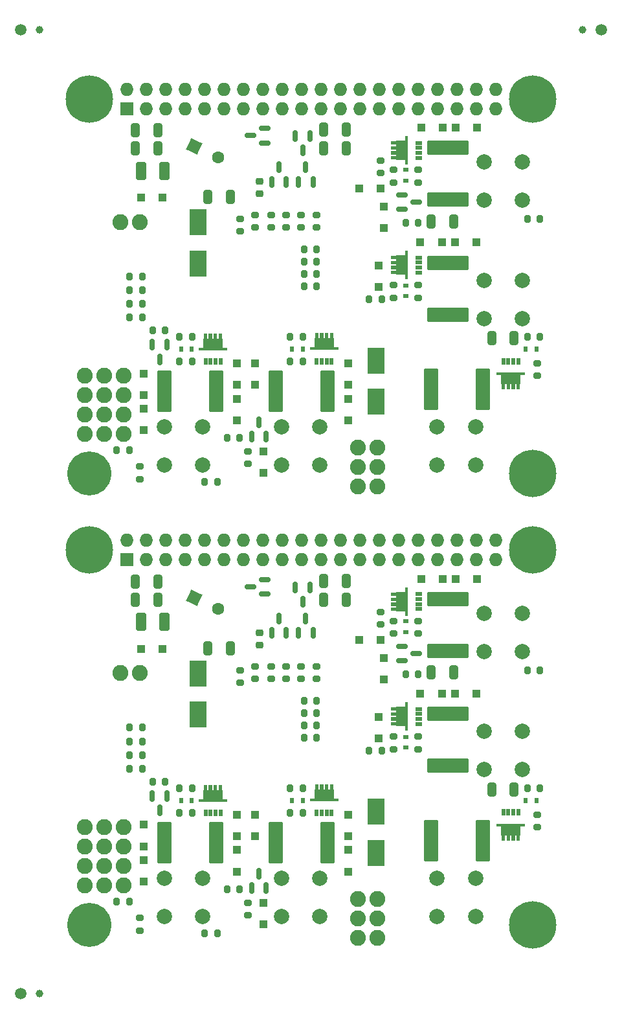
<source format=gbs>
%TF.GenerationSoftware,KiCad,Pcbnew,6.0.11+dfsg-1*%
%TF.CreationDate,2024-03-16T14:36:40+00:00*%
%TF.ProjectId,panel,70616e65-6c2e-46b6-9963-61645f706362,rev?*%
%TF.SameCoordinates,Original*%
%TF.FileFunction,Soldermask,Bot*%
%TF.FilePolarity,Negative*%
%FSLAX46Y46*%
G04 Gerber Fmt 4.6, Leading zero omitted, Abs format (unit mm)*
G04 Created by KiCad (PCBNEW 6.0.11+dfsg-1) date 2024-03-16 14:36:40*
%MOMM*%
%LPD*%
G01*
G04 APERTURE LIST*
G04 Aperture macros list*
%AMRoundRect*
0 Rectangle with rounded corners*
0 $1 Rounding radius*
0 $2 $3 $4 $5 $6 $7 $8 $9 X,Y pos of 4 corners*
0 Add a 4 corners polygon primitive as box body*
4,1,4,$2,$3,$4,$5,$6,$7,$8,$9,$2,$3,0*
0 Add four circle primitives for the rounded corners*
1,1,$1+$1,$2,$3*
1,1,$1+$1,$4,$5*
1,1,$1+$1,$6,$7*
1,1,$1+$1,$8,$9*
0 Add four rect primitives between the rounded corners*
20,1,$1+$1,$2,$3,$4,$5,0*
20,1,$1+$1,$4,$5,$6,$7,0*
20,1,$1+$1,$6,$7,$8,$9,0*
20,1,$1+$1,$8,$9,$2,$3,0*%
%AMRotRect*
0 Rectangle, with rotation*
0 The origin of the aperture is its center*
0 $1 length*
0 $2 width*
0 $3 Rotation angle, in degrees counterclockwise*
0 Add horizontal line*
21,1,$1,$2,0,0,$3*%
%AMFreePoly0*
4,1,5,0.225000,-0.400000,-0.225000,-0.400000,-0.225000,0.400000,0.225000,0.400000,0.225000,-0.400000,0.225000,-0.400000,$1*%
%AMFreePoly1*
4,1,29,0.150000,1.240000,0.200000,1.240000,0.200000,-1.260000,0.150000,-1.260000,0.150000,-1.860000,-0.150000,-1.860000,-0.150000,-1.260000,-1.350000,-1.260000,-1.350000,-1.210000,-2.050000,-1.210000,-2.050000,-0.760000,-1.350000,-0.760000,-1.350000,-0.560000,-2.050000,-0.560000,-2.050000,-0.110000,-1.350000,-0.110000,-1.350000,0.090000,-2.050000,0.090000,-2.050000,0.540000,-1.350000,0.540000,
-1.350000,0.740000,-2.050000,0.740000,-2.050000,1.190000,-1.350000,1.190000,-1.350000,1.240000,-0.150000,1.240000,-0.150000,1.840000,0.150000,1.840000,0.150000,1.240000,0.150000,1.240000,$1*%
G04 Aperture macros list end*
%ADD10C,1.500000*%
%ADD11C,6.200000*%
%ADD12C,2.000000*%
%ADD13C,2.082800*%
%ADD14C,5.750000*%
%ADD15R,1.727200X1.727200*%
%ADD16O,1.727200X1.727200*%
%ADD17RoundRect,0.200000X0.275000X-0.200000X0.275000X0.200000X-0.275000X0.200000X-0.275000X-0.200000X0*%
%ADD18RoundRect,0.200000X0.200000X0.275000X-0.200000X0.275000X-0.200000X-0.275000X0.200000X-0.275000X0*%
%ADD19RoundRect,0.250000X-0.325000X-0.650000X0.325000X-0.650000X0.325000X0.650000X-0.325000X0.650000X0*%
%ADD20RotRect,1.600000X1.600000X335.000000*%
%ADD21C,1.600000*%
%ADD22RoundRect,0.150000X0.150000X-0.587500X0.150000X0.587500X-0.150000X0.587500X-0.150000X-0.587500X0*%
%ADD23RoundRect,0.250000X0.325000X0.650000X-0.325000X0.650000X-0.325000X-0.650000X0.325000X-0.650000X0*%
%ADD24RoundRect,0.150000X-0.150000X0.587500X-0.150000X-0.587500X0.150000X-0.587500X0.150000X0.587500X0*%
%ADD25FreePoly0,0.000000*%
%ADD26FreePoly1,270.000000*%
%ADD27R,1.100000X1.100000*%
%ADD28FreePoly0,180.000000*%
%ADD29FreePoly1,90.000000*%
%ADD30RoundRect,0.200000X-0.200000X-0.275000X0.200000X-0.275000X0.200000X0.275000X-0.200000X0.275000X0*%
%ADD31R,0.600000X0.700000*%
%ADD32RoundRect,0.250000X-2.475000X0.712500X-2.475000X-0.712500X2.475000X-0.712500X2.475000X0.712500X0*%
%ADD33FreePoly0,90.000000*%
%ADD34FreePoly1,0.000000*%
%ADD35RoundRect,0.150000X0.587500X0.150000X-0.587500X0.150000X-0.587500X-0.150000X0.587500X-0.150000X0*%
%ADD36RoundRect,0.200000X-0.275000X0.200000X-0.275000X-0.200000X0.275000X-0.200000X0.275000X0.200000X0*%
%ADD37R,0.700000X0.600000*%
%ADD38RoundRect,0.250000X-0.712500X-2.475000X0.712500X-2.475000X0.712500X2.475000X-0.712500X2.475000X0*%
%ADD39R,2.300000X3.500000*%
%ADD40RoundRect,0.250000X0.712500X2.475000X-0.712500X2.475000X-0.712500X-2.475000X0.712500X-2.475000X0*%
%ADD41RoundRect,0.250000X-0.412500X-0.925000X0.412500X-0.925000X0.412500X0.925000X-0.412500X0.925000X0*%
%ADD42C,1.000000*%
%ADD43RoundRect,0.225000X-0.250000X0.225000X-0.250000X-0.225000X0.250000X-0.225000X0.250000X0.225000X0*%
%ADD44RoundRect,0.150000X-0.587500X-0.150000X0.587500X-0.150000X0.587500X0.150000X-0.587500X0.150000X0*%
G04 APERTURE END LIST*
D10*
%TO.C,REF\u002A\u002A*%
X110500000Y-148500000D03*
%TD*%
D11*
%TO.C,PI2*%
X177500000Y-139500000D03*
%TD*%
D10*
%TO.C,REF\u002A\u002A*%
X110500000Y-22500000D03*
%TD*%
D12*
%TO.C,J5*%
X144625000Y-79405000D03*
X144625000Y-74405000D03*
X149625000Y-74405000D03*
X149625000Y-79405000D03*
%TD*%
D13*
%TO.C,J10*%
X157170000Y-141206800D03*
X154630000Y-141206800D03*
X157170000Y-138666800D03*
X154630000Y-138666800D03*
X157170000Y-136126800D03*
X154630000Y-136126800D03*
%TD*%
D10*
%TO.C,REF\u002A\u002A*%
X186500000Y-22500000D03*
%TD*%
D13*
%TO.C,J6*%
X124020000Y-134290000D03*
X121480000Y-134290000D03*
X124020000Y-131750000D03*
X121480000Y-131750000D03*
X124020000Y-129210000D03*
X121480000Y-129210000D03*
X124020000Y-126670000D03*
X121480000Y-126670000D03*
%TD*%
%TO.C,J6*%
X124020000Y-75290000D03*
X121480000Y-75290000D03*
X124020000Y-72750000D03*
X121480000Y-72750000D03*
X124020000Y-70210000D03*
X121480000Y-70210000D03*
X124020000Y-67670000D03*
X121480000Y-67670000D03*
%TD*%
D11*
%TO.C,PI1*%
X177500000Y-90500000D03*
%TD*%
D12*
%TO.C,J3*%
X165000000Y-138405000D03*
X165000000Y-133405000D03*
X170000000Y-138405000D03*
X170000000Y-133405000D03*
%TD*%
D14*
%TO.C,PI4*%
X119500000Y-139500000D03*
%TD*%
D13*
%TO.C,J1*%
X118920000Y-126670000D03*
X118920000Y-129210000D03*
X118920000Y-131750000D03*
X118920000Y-134290000D03*
%TD*%
D11*
%TO.C,PI3*%
X119500000Y-90500000D03*
%TD*%
D12*
%TO.C,J8*%
X176105000Y-44750000D03*
X171105000Y-44750000D03*
X171105000Y-39750000D03*
X176105000Y-39750000D03*
%TD*%
D14*
%TO.C,PI4*%
X119500000Y-80500000D03*
%TD*%
D12*
%TO.C,J7*%
X171105000Y-60200000D03*
X176105000Y-60200000D03*
X171105000Y-55200000D03*
X176105000Y-55200000D03*
%TD*%
%TO.C,J8*%
X171105000Y-103750000D03*
X176105000Y-103750000D03*
X176105000Y-98750000D03*
X171105000Y-98750000D03*
%TD*%
D13*
%TO.C,J9*%
X126140000Y-106590000D03*
X123600000Y-106590000D03*
%TD*%
%TO.C,J1*%
X118920000Y-67670000D03*
X118920000Y-70210000D03*
X118920000Y-72750000D03*
X118920000Y-75290000D03*
%TD*%
D15*
%TO.C,J2*%
X124370000Y-91770000D03*
D16*
X124370000Y-89230000D03*
X126910000Y-91770000D03*
X126910000Y-89230000D03*
X129450000Y-91770000D03*
X129450000Y-89230000D03*
X131990000Y-91770000D03*
X131990000Y-89230000D03*
X134530000Y-91770000D03*
X134530000Y-89230000D03*
X137070000Y-91770000D03*
X137070000Y-89230000D03*
X139610000Y-91770000D03*
X139610000Y-89230000D03*
X142150000Y-91770000D03*
X142150000Y-89230000D03*
X144690000Y-91770000D03*
X144690000Y-89230000D03*
X147230000Y-91770000D03*
X147230000Y-89230000D03*
X149770000Y-91770000D03*
X149770000Y-89230000D03*
X152310000Y-91770000D03*
X152310000Y-89230000D03*
X154850000Y-91770000D03*
X154850000Y-89230000D03*
X157390000Y-91770000D03*
X157390000Y-89230000D03*
X159930000Y-91770000D03*
X159930000Y-89230000D03*
X162470000Y-91770000D03*
X162470000Y-89230000D03*
X165010000Y-91770000D03*
X165010000Y-89230000D03*
X167550000Y-91770000D03*
X167550000Y-89230000D03*
X170090000Y-91770000D03*
X170090000Y-89230000D03*
X172630000Y-91770000D03*
X172630000Y-89230000D03*
%TD*%
D12*
%TO.C,J4*%
X129300000Y-138405000D03*
X129300000Y-133405000D03*
X134300000Y-133405000D03*
X134300000Y-138405000D03*
%TD*%
D13*
%TO.C,J9*%
X126140000Y-47590000D03*
X123600000Y-47590000D03*
%TD*%
D12*
%TO.C,J7*%
X171105000Y-119200000D03*
X176105000Y-119200000D03*
X171105000Y-114200000D03*
X176105000Y-114200000D03*
%TD*%
%TO.C,J3*%
X165000000Y-79405000D03*
X165000000Y-74405000D03*
X170000000Y-74405000D03*
X170000000Y-79405000D03*
%TD*%
D13*
%TO.C,J10*%
X157170000Y-82206800D03*
X154630000Y-82206800D03*
X157170000Y-79666800D03*
X154630000Y-79666800D03*
X157170000Y-77126800D03*
X154630000Y-77126800D03*
%TD*%
D15*
%TO.C,J2*%
X124370000Y-32770000D03*
D16*
X124370000Y-30230000D03*
X126910000Y-32770000D03*
X126910000Y-30230000D03*
X129450000Y-32770000D03*
X129450000Y-30230000D03*
X131990000Y-32770000D03*
X131990000Y-30230000D03*
X134530000Y-32770000D03*
X134530000Y-30230000D03*
X137070000Y-32770000D03*
X137070000Y-30230000D03*
X139610000Y-32770000D03*
X139610000Y-30230000D03*
X142150000Y-32770000D03*
X142150000Y-30230000D03*
X144690000Y-32770000D03*
X144690000Y-30230000D03*
X147230000Y-32770000D03*
X147230000Y-30230000D03*
X149770000Y-32770000D03*
X149770000Y-30230000D03*
X152310000Y-32770000D03*
X152310000Y-30230000D03*
X154850000Y-32770000D03*
X154850000Y-30230000D03*
X157390000Y-32770000D03*
X157390000Y-30230000D03*
X159930000Y-32770000D03*
X159930000Y-30230000D03*
X162470000Y-32770000D03*
X162470000Y-30230000D03*
X165010000Y-32770000D03*
X165010000Y-30230000D03*
X167550000Y-32770000D03*
X167550000Y-30230000D03*
X170090000Y-32770000D03*
X170090000Y-30230000D03*
X172630000Y-32770000D03*
X172630000Y-30230000D03*
%TD*%
D12*
%TO.C,J4*%
X129300000Y-79405000D03*
X129300000Y-74405000D03*
X134300000Y-74405000D03*
X134300000Y-79405000D03*
%TD*%
D11*
%TO.C,PI1*%
X177500000Y-31500000D03*
%TD*%
D12*
%TO.C,J5*%
X144625000Y-133405000D03*
X144625000Y-138405000D03*
X149625000Y-133405000D03*
X149625000Y-138405000D03*
%TD*%
D11*
%TO.C,PI3*%
X119500000Y-31500000D03*
%TD*%
%TO.C,PI2*%
X177500000Y-80500000D03*
%TD*%
D17*
%TO.C,R4*%
X126100000Y-81225000D03*
X126100000Y-79575000D03*
%TD*%
D18*
%TO.C,R30*%
X126425000Y-58300000D03*
X124775000Y-58300000D03*
%TD*%
D19*
%TO.C,C10*%
X125525000Y-35600000D03*
X128475000Y-35600000D03*
%TD*%
D20*
%TO.C,C8*%
X133200000Y-37700000D03*
D21*
X136372077Y-39179164D03*
%TD*%
D18*
%TO.C,R38*%
X126425000Y-113700000D03*
X124775000Y-113700000D03*
%TD*%
D17*
%TO.C,R20*%
X157600000Y-41225000D03*
X157600000Y-39575000D03*
%TD*%
D22*
%TO.C,D32*%
X148750000Y-42337500D03*
X146850000Y-42337500D03*
X147800000Y-40462500D03*
%TD*%
D17*
%TO.C,R18*%
X162500000Y-101425000D03*
X162500000Y-99775000D03*
%TD*%
D23*
%TO.C,C2*%
X153075000Y-38000000D03*
X150125000Y-38000000D03*
%TD*%
D24*
%TO.C,Q4*%
X127750000Y-122662500D03*
X129650000Y-122662500D03*
X128700000Y-124537500D03*
%TD*%
D25*
%TO.C,Q6*%
X149250000Y-124800000D03*
D26*
X150235000Y-123150000D03*
D25*
X149900000Y-124800000D03*
X151200000Y-124800000D03*
X150550000Y-124800000D03*
%TD*%
D27*
%TO.C,D23*%
X153350000Y-129700000D03*
X153350000Y-132500000D03*
%TD*%
D28*
%TO.C,Q1*%
X175600000Y-124792500D03*
D29*
X174615000Y-126442500D03*
D28*
X174300000Y-124792500D03*
X174950000Y-124792500D03*
X173650000Y-124792500D03*
%TD*%
D27*
%TO.C,D13*%
X157300000Y-53300000D03*
X157300000Y-56100000D03*
%TD*%
D22*
%TO.C,D33*%
X145250000Y-42337500D03*
X143350000Y-42337500D03*
X144300000Y-40462500D03*
%TD*%
D30*
%TO.C,R21*%
X137525000Y-75850000D03*
X139175000Y-75850000D03*
%TD*%
D31*
%TO.C,D6*%
X176600000Y-123250000D03*
X178000000Y-123250000D03*
%TD*%
D27*
%TO.C,D25*%
X141200000Y-125100000D03*
X141200000Y-127900000D03*
%TD*%
D24*
%TO.C,D34*%
X146450000Y-36362500D03*
X148350000Y-36362500D03*
X147400000Y-38237500D03*
%TD*%
D30*
%TO.C,R6*%
X131275000Y-65800000D03*
X132925000Y-65800000D03*
%TD*%
D19*
%TO.C,C14*%
X125525000Y-97000000D03*
X128475000Y-97000000D03*
%TD*%
D20*
%TO.C,C8*%
X133200000Y-96700000D03*
D21*
X136372077Y-98179164D03*
%TD*%
D27*
%TO.C,D25*%
X141200000Y-66100000D03*
X141200000Y-68900000D03*
%TD*%
D32*
%TO.C,F5*%
X166400000Y-37912500D03*
X166400000Y-44687500D03*
%TD*%
%TO.C,F5*%
X166400000Y-96912500D03*
X166400000Y-103687500D03*
%TD*%
D17*
%TO.C,R15*%
X140200000Y-138225000D03*
X140200000Y-136575000D03*
%TD*%
D27*
%TO.C,D21*%
X153350000Y-66100000D03*
X153350000Y-68900000D03*
%TD*%
D22*
%TO.C,Q8*%
X142650000Y-134637500D03*
X140750000Y-134637500D03*
X141700000Y-132762500D03*
%TD*%
D30*
%TO.C,R24*%
X147575000Y-115000000D03*
X149225000Y-115000000D03*
%TD*%
D33*
%TO.C,Q3*%
X162600000Y-54200000D03*
D34*
X160950000Y-53215000D03*
D33*
X162600000Y-53550000D03*
X162600000Y-52250000D03*
X162600000Y-52900000D03*
%TD*%
D30*
%TO.C,R6*%
X131275000Y-124800000D03*
X132925000Y-124800000D03*
%TD*%
D35*
%TO.C,D35*%
X142437500Y-94350000D03*
X142437500Y-96250000D03*
X140562500Y-95300000D03*
%TD*%
D18*
%TO.C,R11*%
X129425000Y-61800000D03*
X127775000Y-61800000D03*
%TD*%
%TO.C,R5*%
X178425000Y-121600000D03*
X176775000Y-121600000D03*
%TD*%
D17*
%TO.C,R15*%
X140200000Y-79225000D03*
X140200000Y-77575000D03*
%TD*%
D23*
%TO.C,C2*%
X153075000Y-97000000D03*
X150125000Y-97000000D03*
%TD*%
D22*
%TO.C,D33*%
X145250000Y-101337500D03*
X143350000Y-101337500D03*
X144300000Y-99462500D03*
%TD*%
D30*
%TO.C,R17*%
X145775000Y-124800000D03*
X147425000Y-124800000D03*
%TD*%
D36*
%TO.C,R3*%
X159300000Y-114875000D03*
X159300000Y-116525000D03*
%TD*%
D37*
%TO.C,D3*%
X160900000Y-116300000D03*
X160900000Y-114900000D03*
%TD*%
D30*
%TO.C,R17*%
X145775000Y-65800000D03*
X147425000Y-65800000D03*
%TD*%
D17*
%TO.C,R8*%
X178100000Y-67725000D03*
X178100000Y-66075000D03*
%TD*%
D36*
%TO.C,R36*%
X141200000Y-105687500D03*
X141200000Y-107337500D03*
%TD*%
%TO.C,R36*%
X141200000Y-46687500D03*
X141200000Y-48337500D03*
%TD*%
D18*
%TO.C,R29*%
X126425000Y-115500000D03*
X124775000Y-115500000D03*
%TD*%
%TO.C,R19*%
X136225000Y-81600000D03*
X134575000Y-81600000D03*
%TD*%
D27*
%TO.C,D24*%
X167400000Y-35300000D03*
X170200000Y-35300000D03*
%TD*%
%TO.C,D10*%
X138800000Y-129700000D03*
X138800000Y-132500000D03*
%TD*%
%TO.C,D13*%
X157300000Y-112300000D03*
X157300000Y-115100000D03*
%TD*%
D30*
%TO.C,R27*%
X147575000Y-51200000D03*
X149225000Y-51200000D03*
%TD*%
D27*
%TO.C,D26*%
X154800000Y-102200000D03*
X157600000Y-102200000D03*
%TD*%
%TO.C,D9*%
X162800000Y-109250000D03*
X165600000Y-109250000D03*
%TD*%
D38*
%TO.C,F1*%
X164212500Y-128500000D03*
X170987500Y-128500000D03*
%TD*%
D24*
%TO.C,D34*%
X146450000Y-95362500D03*
X148350000Y-95362500D03*
X147400000Y-97237500D03*
%TD*%
D23*
%TO.C,C5*%
X137975000Y-103300000D03*
X135025000Y-103300000D03*
%TD*%
D39*
%TO.C,D7*%
X157000000Y-124700000D03*
X157000000Y-130100000D03*
%TD*%
D27*
%TO.C,D27*%
X142275000Y-136600000D03*
X142275000Y-139400000D03*
%TD*%
D18*
%TO.C,R10*%
X157725000Y-57700000D03*
X156075000Y-57700000D03*
%TD*%
%TO.C,R29*%
X126425000Y-56500000D03*
X124775000Y-56500000D03*
%TD*%
D28*
%TO.C,Q1*%
X175600000Y-65792500D03*
D29*
X174615000Y-67442500D03*
D28*
X174300000Y-65792500D03*
X173650000Y-65792500D03*
X174950000Y-65792500D03*
%TD*%
D18*
%TO.C,R19*%
X136225000Y-140600000D03*
X134575000Y-140600000D03*
%TD*%
D30*
%TO.C,R25*%
X147575000Y-113400000D03*
X149225000Y-113400000D03*
%TD*%
D33*
%TO.C,Q7*%
X162600000Y-39200000D03*
D34*
X160950000Y-38215000D03*
D33*
X162600000Y-38550000D03*
X162600000Y-37900000D03*
X162600000Y-37250000D03*
%TD*%
D17*
%TO.C,R8*%
X178100000Y-126725000D03*
X178100000Y-125075000D03*
%TD*%
D27*
%TO.C,D14*%
X126600000Y-72000000D03*
X126600000Y-74800000D03*
%TD*%
%TO.C,D24*%
X167400000Y-94300000D03*
X170200000Y-94300000D03*
%TD*%
D23*
%TO.C,C5*%
X137975000Y-44300000D03*
X135025000Y-44300000D03*
%TD*%
D27*
%TO.C,D12*%
X126600000Y-126400000D03*
X126600000Y-129200000D03*
%TD*%
D19*
%TO.C,C1*%
X172125000Y-62800000D03*
X175075000Y-62800000D03*
%TD*%
D25*
%TO.C,Q2*%
X134700000Y-65850000D03*
D26*
X135685000Y-64200000D03*
D25*
X136000000Y-65850000D03*
X135350000Y-65850000D03*
X136650000Y-65850000D03*
%TD*%
D40*
%TO.C,F2*%
X136087500Y-128700000D03*
X129312500Y-128700000D03*
%TD*%
D36*
%TO.C,R14*%
X159300000Y-99775000D03*
X159300000Y-101425000D03*
%TD*%
D27*
%TO.C,D28*%
X158000000Y-104600000D03*
X158000000Y-107400000D03*
%TD*%
D18*
%TO.C,R5*%
X178425000Y-62600000D03*
X176775000Y-62600000D03*
%TD*%
D27*
%TO.C,D23*%
X153350000Y-70700000D03*
X153350000Y-73500000D03*
%TD*%
D17*
%TO.C,R7*%
X162500000Y-116525000D03*
X162500000Y-114875000D03*
%TD*%
D19*
%TO.C,C14*%
X125525000Y-38000000D03*
X128475000Y-38000000D03*
%TD*%
D25*
%TO.C,Q6*%
X149250000Y-65800000D03*
D26*
X150235000Y-64150000D03*
D25*
X150550000Y-65800000D03*
X149900000Y-65800000D03*
X151200000Y-65800000D03*
%TD*%
%TO.C,Q2*%
X134700000Y-124850000D03*
D26*
X135685000Y-123200000D03*
D25*
X135350000Y-124850000D03*
X136000000Y-124850000D03*
X136650000Y-124850000D03*
%TD*%
D41*
%TO.C,C13*%
X126262500Y-40900000D03*
X129337500Y-40900000D03*
%TD*%
D42*
%TO.C,REF\u002A\u002A*%
X184000000Y-22500000D03*
%TD*%
D36*
%TO.C,R32*%
X149200000Y-105675000D03*
X149200000Y-107325000D03*
%TD*%
D18*
%TO.C,R31*%
X126425000Y-60100000D03*
X124775000Y-60100000D03*
%TD*%
%TO.C,R11*%
X129425000Y-120800000D03*
X127775000Y-120800000D03*
%TD*%
D27*
%TO.C,D28*%
X158000000Y-45600000D03*
X158000000Y-48400000D03*
%TD*%
D31*
%TO.C,D2*%
X131500000Y-123200000D03*
X132900000Y-123200000D03*
%TD*%
D36*
%TO.C,R35*%
X143300000Y-105675000D03*
X143300000Y-107325000D03*
%TD*%
%TO.C,R3*%
X159300000Y-55875000D03*
X159300000Y-57525000D03*
%TD*%
D18*
%TO.C,R2*%
X132925000Y-121600000D03*
X131275000Y-121600000D03*
%TD*%
D30*
%TO.C,R21*%
X137525000Y-134850000D03*
X139175000Y-134850000D03*
%TD*%
D36*
%TO.C,R14*%
X159300000Y-40775000D03*
X159300000Y-42425000D03*
%TD*%
%TO.C,R33*%
X147200000Y-46687500D03*
X147200000Y-48337500D03*
%TD*%
%TO.C,R34*%
X145200000Y-46687500D03*
X145200000Y-48337500D03*
%TD*%
D18*
%TO.C,R9*%
X124725000Y-136400000D03*
X123075000Y-136400000D03*
%TD*%
D19*
%TO.C,C12*%
X164225000Y-47500000D03*
X167175000Y-47500000D03*
%TD*%
%TO.C,C12*%
X164225000Y-106500000D03*
X167175000Y-106500000D03*
%TD*%
D18*
%TO.C,R31*%
X126425000Y-119100000D03*
X124775000Y-119100000D03*
%TD*%
D30*
%TO.C,R27*%
X147575000Y-110200000D03*
X149225000Y-110200000D03*
%TD*%
D24*
%TO.C,Q4*%
X127750000Y-63662500D03*
X129650000Y-63662500D03*
X128700000Y-65537500D03*
%TD*%
D41*
%TO.C,C13*%
X126262500Y-99900000D03*
X129337500Y-99900000D03*
%TD*%
D31*
%TO.C,D17*%
X146000000Y-123200000D03*
X147400000Y-123200000D03*
%TD*%
D27*
%TO.C,D11*%
X167350000Y-109250000D03*
X170150000Y-109250000D03*
%TD*%
%TO.C,D27*%
X142275000Y-77600000D03*
X142275000Y-80400000D03*
%TD*%
D18*
%TO.C,R10*%
X157725000Y-116700000D03*
X156075000Y-116700000D03*
%TD*%
D30*
%TO.C,R25*%
X147575000Y-54400000D03*
X149225000Y-54400000D03*
%TD*%
D36*
%TO.C,R34*%
X145200000Y-105687500D03*
X145200000Y-107337500D03*
%TD*%
D23*
%TO.C,C4*%
X153075000Y-35500000D03*
X150125000Y-35500000D03*
%TD*%
D40*
%TO.C,F4*%
X150637500Y-128700000D03*
X143862500Y-128700000D03*
%TD*%
D31*
%TO.C,D17*%
X146000000Y-64200000D03*
X147400000Y-64200000D03*
%TD*%
D18*
%TO.C,R22*%
X162525000Y-106700000D03*
X160875000Y-106700000D03*
%TD*%
D35*
%TO.C,D35*%
X142437500Y-35350000D03*
X142437500Y-37250000D03*
X140562500Y-36300000D03*
%TD*%
D42*
%TO.C,REF\u002A\u002A*%
X113000000Y-148500000D03*
%TD*%
D22*
%TO.C,D32*%
X148750000Y-101337500D03*
X146850000Y-101337500D03*
X147800000Y-99462500D03*
%TD*%
D32*
%TO.C,F3*%
X166400000Y-52912500D03*
X166400000Y-59687500D03*
%TD*%
D27*
%TO.C,D8*%
X138800000Y-66100000D03*
X138800000Y-68900000D03*
%TD*%
D43*
%TO.C,C7*%
X141800000Y-42325000D03*
X141800000Y-43875000D03*
%TD*%
D27*
%TO.C,D22*%
X162900000Y-35300000D03*
X165700000Y-35300000D03*
%TD*%
D18*
%TO.C,R30*%
X126425000Y-117300000D03*
X124775000Y-117300000D03*
%TD*%
D39*
%TO.C,D7*%
X157000000Y-65700000D03*
X157000000Y-71100000D03*
%TD*%
D27*
%TO.C,D36*%
X126300000Y-103400000D03*
X129100000Y-103400000D03*
%TD*%
D37*
%TO.C,D18*%
X160900000Y-101200000D03*
X160900000Y-99800000D03*
%TD*%
D19*
%TO.C,C1*%
X172125000Y-121800000D03*
X175075000Y-121800000D03*
%TD*%
D38*
%TO.C,F1*%
X164212500Y-69500000D03*
X170987500Y-69500000D03*
%TD*%
D37*
%TO.C,D18*%
X160900000Y-42200000D03*
X160900000Y-40800000D03*
%TD*%
D18*
%TO.C,R38*%
X126425000Y-54700000D03*
X124775000Y-54700000D03*
%TD*%
D17*
%TO.C,R4*%
X126100000Y-140225000D03*
X126100000Y-138575000D03*
%TD*%
D18*
%TO.C,R2*%
X132925000Y-62600000D03*
X131275000Y-62600000D03*
%TD*%
D37*
%TO.C,D3*%
X160900000Y-57300000D03*
X160900000Y-55900000D03*
%TD*%
D44*
%TO.C,Q9*%
X160362500Y-104950000D03*
X160362500Y-103050000D03*
X162237500Y-104000000D03*
%TD*%
D18*
%TO.C,R9*%
X124725000Y-77400000D03*
X123075000Y-77400000D03*
%TD*%
D19*
%TO.C,C10*%
X125525000Y-94600000D03*
X128475000Y-94600000D03*
%TD*%
D27*
%TO.C,D11*%
X167350000Y-50250000D03*
X170150000Y-50250000D03*
%TD*%
D18*
%TO.C,R16*%
X178425000Y-106200000D03*
X176775000Y-106200000D03*
%TD*%
D17*
%TO.C,R7*%
X162500000Y-57525000D03*
X162500000Y-55875000D03*
%TD*%
D36*
%TO.C,R33*%
X147200000Y-105687500D03*
X147200000Y-107337500D03*
%TD*%
D40*
%TO.C,F4*%
X150637500Y-69700000D03*
X143862500Y-69700000D03*
%TD*%
D31*
%TO.C,D2*%
X131500000Y-64200000D03*
X132900000Y-64200000D03*
%TD*%
D18*
%TO.C,R13*%
X147425000Y-121600000D03*
X145775000Y-121600000D03*
%TD*%
D27*
%TO.C,D9*%
X162800000Y-50250000D03*
X165600000Y-50250000D03*
%TD*%
D39*
%TO.C,D16*%
X133700000Y-47600000D03*
X133700000Y-53000000D03*
%TD*%
D44*
%TO.C,Q9*%
X160362500Y-45950000D03*
X160362500Y-44050000D03*
X162237500Y-45000000D03*
%TD*%
D31*
%TO.C,D6*%
X176600000Y-64250000D03*
X178000000Y-64250000D03*
%TD*%
D33*
%TO.C,Q7*%
X162600000Y-98200000D03*
D34*
X160950000Y-97215000D03*
D33*
X162600000Y-97550000D03*
X162600000Y-96900000D03*
X162600000Y-96250000D03*
%TD*%
D30*
%TO.C,R26*%
X147575000Y-52800000D03*
X149225000Y-52800000D03*
%TD*%
D36*
%TO.C,R35*%
X143300000Y-46675000D03*
X143300000Y-48325000D03*
%TD*%
D33*
%TO.C,Q3*%
X162600000Y-113200000D03*
D34*
X160950000Y-112215000D03*
D33*
X162600000Y-111250000D03*
X162600000Y-112550000D03*
X162600000Y-111900000D03*
%TD*%
D27*
%TO.C,D21*%
X153350000Y-125100000D03*
X153350000Y-127900000D03*
%TD*%
D36*
%TO.C,R37*%
X139200000Y-106175000D03*
X139200000Y-107825000D03*
%TD*%
D39*
%TO.C,D16*%
X133700000Y-106600000D03*
X133700000Y-112000000D03*
%TD*%
D27*
%TO.C,D12*%
X126600000Y-67400000D03*
X126600000Y-70200000D03*
%TD*%
D30*
%TO.C,R24*%
X147575000Y-56000000D03*
X149225000Y-56000000D03*
%TD*%
D27*
%TO.C,D26*%
X154800000Y-43200000D03*
X157600000Y-43200000D03*
%TD*%
%TO.C,D10*%
X138800000Y-70700000D03*
X138800000Y-73500000D03*
%TD*%
D42*
%TO.C,REF\u002A\u002A*%
X113000000Y-22500000D03*
%TD*%
D22*
%TO.C,Q8*%
X142650000Y-75637500D03*
X140750000Y-75637500D03*
X141700000Y-73762500D03*
%TD*%
D18*
%TO.C,R16*%
X178425000Y-47200000D03*
X176775000Y-47200000D03*
%TD*%
D27*
%TO.C,D36*%
X126300000Y-44400000D03*
X129100000Y-44400000D03*
%TD*%
D17*
%TO.C,R20*%
X157600000Y-100225000D03*
X157600000Y-98575000D03*
%TD*%
D27*
%TO.C,D14*%
X126600000Y-131000000D03*
X126600000Y-133800000D03*
%TD*%
D17*
%TO.C,R18*%
X162500000Y-42425000D03*
X162500000Y-40775000D03*
%TD*%
D18*
%TO.C,R22*%
X162525000Y-47700000D03*
X160875000Y-47700000D03*
%TD*%
D23*
%TO.C,C4*%
X153075000Y-94500000D03*
X150125000Y-94500000D03*
%TD*%
D36*
%TO.C,R32*%
X149200000Y-46675000D03*
X149200000Y-48325000D03*
%TD*%
D32*
%TO.C,F3*%
X166400000Y-111912500D03*
X166400000Y-118687500D03*
%TD*%
D18*
%TO.C,R13*%
X147425000Y-62600000D03*
X145775000Y-62600000D03*
%TD*%
D27*
%TO.C,D8*%
X138800000Y-125100000D03*
X138800000Y-127900000D03*
%TD*%
D43*
%TO.C,C7*%
X141800000Y-101325000D03*
X141800000Y-102875000D03*
%TD*%
D40*
%TO.C,F2*%
X136087500Y-69700000D03*
X129312500Y-69700000D03*
%TD*%
D36*
%TO.C,R37*%
X139200000Y-47175000D03*
X139200000Y-48825000D03*
%TD*%
D27*
%TO.C,D22*%
X162900000Y-94300000D03*
X165700000Y-94300000D03*
%TD*%
D30*
%TO.C,R26*%
X147575000Y-111800000D03*
X149225000Y-111800000D03*
%TD*%
M02*

</source>
